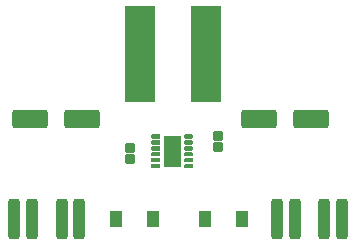
<source format=gbr>
%TF.GenerationSoftware,KiCad,Pcbnew,9.0.4*%
%TF.CreationDate,2025-09-16T01:09:41+05:30*%
%TF.ProjectId,PCB designing,50434220-6465-4736-9967-6e696e672e6b,rev?*%
%TF.SameCoordinates,Original*%
%TF.FileFunction,Soldermask,Top*%
%TF.FilePolarity,Negative*%
%FSLAX46Y46*%
G04 Gerber Fmt 4.6, Leading zero omitted, Abs format (unit mm)*
G04 Created by KiCad (PCBNEW 9.0.4) date 2025-09-16 01:09:41*
%MOMM*%
%LPD*%
G01*
G04 APERTURE LIST*
G04 Aperture macros list*
%AMRoundRect*
0 Rectangle with rounded corners*
0 $1 Rounding radius*
0 $2 $3 $4 $5 $6 $7 $8 $9 X,Y pos of 4 corners*
0 Add a 4 corners polygon primitive as box body*
4,1,4,$2,$3,$4,$5,$6,$7,$8,$9,$2,$3,0*
0 Add four circle primitives for the rounded corners*
1,1,$1+$1,$2,$3*
1,1,$1+$1,$4,$5*
1,1,$1+$1,$6,$7*
1,1,$1+$1,$8,$9*
0 Add four rect primitives between the rounded corners*
20,1,$1+$1,$2,$3,$4,$5,0*
20,1,$1+$1,$4,$5,$6,$7,0*
20,1,$1+$1,$6,$7,$8,$9,0*
20,1,$1+$1,$8,$9,$2,$3,0*%
G04 Aperture macros list end*
%ADD10C,0.000000*%
%ADD11R,2.600000X8.200000*%
%ADD12RoundRect,0.101600X-0.425000X0.600000X-0.425000X-0.600000X0.425000X-0.600000X0.425000X0.600000X0*%
%ADD13RoundRect,0.101600X0.425000X-0.600000X0.425000X0.600000X-0.425000X0.600000X-0.425000X-0.600000X0*%
%ADD14RoundRect,0.250000X-0.250000X-1.450000X0.250000X-1.450000X0.250000X1.450000X-0.250000X1.450000X0*%
%ADD15RoundRect,0.101600X-0.310000X-0.300000X0.310000X-0.300000X0.310000X0.300000X-0.310000X0.300000X0*%
%ADD16RoundRect,0.101600X0.310000X0.300000X-0.310000X0.300000X-0.310000X-0.300000X0.310000X-0.300000X0*%
%ADD17RoundRect,0.250000X-1.250000X-0.550000X1.250000X-0.550000X1.250000X0.550000X-1.250000X0.550000X0*%
G04 APERTURE END LIST*
D10*
%TO.C,U1*%
G36*
X154772588Y-66441594D02*
G01*
X154818406Y-66487412D01*
X154835000Y-66549342D01*
X154835000Y-68950658D01*
X154818406Y-69012588D01*
X154772588Y-69058406D01*
X154710658Y-69075000D01*
X153509342Y-69075000D01*
X153447412Y-69058406D01*
X153401594Y-69012588D01*
X153385000Y-68950658D01*
X153385000Y-66548660D01*
X153446705Y-66441783D01*
X153509342Y-66425000D01*
X154710658Y-66425000D01*
X154772588Y-66441594D01*
G37*
G36*
X155817588Y-68821594D02*
G01*
X155863406Y-68867412D01*
X155880000Y-68929342D01*
X155880000Y-69070658D01*
X155863406Y-69132588D01*
X155817588Y-69178406D01*
X155755658Y-69195000D01*
X155244342Y-69195000D01*
X155182412Y-69178406D01*
X155136594Y-69132588D01*
X155120000Y-69070658D01*
X155120000Y-68928660D01*
X155181705Y-68821783D01*
X155244342Y-68805000D01*
X155755658Y-68805000D01*
X155817588Y-68821594D01*
G37*
G36*
X155817588Y-68321594D02*
G01*
X155863406Y-68367412D01*
X155880000Y-68429342D01*
X155880000Y-68570658D01*
X155863406Y-68632588D01*
X155817588Y-68678406D01*
X155755658Y-68695000D01*
X155244342Y-68695000D01*
X155182412Y-68678406D01*
X155136594Y-68632588D01*
X155120000Y-68570658D01*
X155120000Y-68428660D01*
X155181705Y-68321783D01*
X155244342Y-68305000D01*
X155755658Y-68305000D01*
X155817588Y-68321594D01*
G37*
G36*
X155817588Y-67821594D02*
G01*
X155863406Y-67867412D01*
X155880000Y-67929342D01*
X155880000Y-68070658D01*
X155863406Y-68132588D01*
X155817588Y-68178406D01*
X155755658Y-68195000D01*
X155244342Y-68195000D01*
X155182412Y-68178406D01*
X155136594Y-68132588D01*
X155120000Y-68070658D01*
X155120000Y-67928660D01*
X155181705Y-67821783D01*
X155244342Y-67805000D01*
X155755658Y-67805000D01*
X155817588Y-67821594D01*
G37*
G36*
X155817588Y-66321594D02*
G01*
X155863406Y-66367412D01*
X155880000Y-66429342D01*
X155880000Y-66570658D01*
X155863406Y-66632588D01*
X155817588Y-66678406D01*
X155755658Y-66695000D01*
X155244342Y-66695000D01*
X155182412Y-66678406D01*
X155136594Y-66632588D01*
X155120000Y-66570658D01*
X155120000Y-66428660D01*
X155181705Y-66321783D01*
X155244342Y-66305000D01*
X155755658Y-66305000D01*
X155817588Y-66321594D01*
G37*
G36*
X155817588Y-66821594D02*
G01*
X155863406Y-66867412D01*
X155880000Y-66929342D01*
X155880000Y-67070658D01*
X155863406Y-67132588D01*
X155817588Y-67178406D01*
X155755658Y-67195000D01*
X155244342Y-67195000D01*
X155182412Y-67178406D01*
X155136594Y-67132588D01*
X155120000Y-67070658D01*
X155120000Y-66928660D01*
X155181705Y-66821783D01*
X155244342Y-66805000D01*
X155755658Y-66805000D01*
X155817588Y-66821594D01*
G37*
G36*
X155817588Y-67321594D02*
G01*
X155863406Y-67367412D01*
X155880000Y-67429342D01*
X155880000Y-67570658D01*
X155863406Y-67632588D01*
X155817588Y-67678406D01*
X155755658Y-67695000D01*
X155244342Y-67695000D01*
X155182412Y-67678406D01*
X155136594Y-67632588D01*
X155120000Y-67570658D01*
X155120000Y-67428660D01*
X155181705Y-67321783D01*
X155244342Y-67305000D01*
X155755658Y-67305000D01*
X155817588Y-67321594D01*
G37*
G36*
X153037588Y-68821594D02*
G01*
X153083406Y-68867412D01*
X153100000Y-68929342D01*
X153100000Y-69070658D01*
X153083406Y-69132588D01*
X153037588Y-69178406D01*
X152975658Y-69195000D01*
X152464342Y-69195000D01*
X152402412Y-69178406D01*
X152356594Y-69132588D01*
X152340000Y-69070658D01*
X152340000Y-68929342D01*
X152356594Y-68867412D01*
X152402412Y-68821594D01*
X152464342Y-68805000D01*
X152975658Y-68805000D01*
X153037588Y-68821594D01*
G37*
G36*
X153037588Y-68321594D02*
G01*
X153083406Y-68367412D01*
X153100000Y-68429342D01*
X153100000Y-68570658D01*
X153083406Y-68632588D01*
X153037588Y-68678406D01*
X152975658Y-68695000D01*
X152464342Y-68695000D01*
X152402412Y-68678406D01*
X152356594Y-68632588D01*
X152340000Y-68570658D01*
X152340000Y-68429342D01*
X152356594Y-68367412D01*
X152402412Y-68321594D01*
X152464342Y-68305000D01*
X152975658Y-68305000D01*
X153037588Y-68321594D01*
G37*
G36*
X153037588Y-67821594D02*
G01*
X153083406Y-67867412D01*
X153100000Y-67929342D01*
X153100000Y-68070658D01*
X153083406Y-68132588D01*
X153037588Y-68178406D01*
X152975658Y-68195000D01*
X152464342Y-68195000D01*
X152402412Y-68178406D01*
X152356594Y-68132588D01*
X152340000Y-68070658D01*
X152340000Y-67929342D01*
X152356594Y-67867412D01*
X152402412Y-67821594D01*
X152464342Y-67805000D01*
X152975658Y-67805000D01*
X153037588Y-67821594D01*
G37*
G36*
X153037588Y-66321594D02*
G01*
X153083406Y-66367412D01*
X153100000Y-66429342D01*
X153100000Y-66570658D01*
X153083406Y-66632588D01*
X153037588Y-66678406D01*
X152975658Y-66695000D01*
X152464342Y-66695000D01*
X152402412Y-66678406D01*
X152356594Y-66632588D01*
X152340000Y-66570658D01*
X152340000Y-66429342D01*
X152356594Y-66367412D01*
X152402412Y-66321594D01*
X152464342Y-66305000D01*
X152975658Y-66305000D01*
X153037588Y-66321594D01*
G37*
G36*
X153037588Y-66821594D02*
G01*
X153083406Y-66867412D01*
X153100000Y-66929342D01*
X153100000Y-67070658D01*
X153083406Y-67132588D01*
X153037588Y-67178406D01*
X152975658Y-67195000D01*
X152464342Y-67195000D01*
X152402412Y-67178406D01*
X152356594Y-67132588D01*
X152340000Y-67070658D01*
X152340000Y-66929342D01*
X152356594Y-66867412D01*
X152402412Y-66821594D01*
X152464342Y-66805000D01*
X152975658Y-66805000D01*
X153037588Y-66821594D01*
G37*
G36*
X153037588Y-67321594D02*
G01*
X153083406Y-67367412D01*
X153100000Y-67429342D01*
X153100000Y-67570658D01*
X153083406Y-67632588D01*
X153037588Y-67678406D01*
X152975658Y-67695000D01*
X152464342Y-67695000D01*
X152402412Y-67678406D01*
X152356594Y-67632588D01*
X152340000Y-67570658D01*
X152340000Y-67429342D01*
X152356594Y-67367412D01*
X152402412Y-67321594D01*
X152464342Y-67305000D01*
X152975658Y-67305000D01*
X153037588Y-67321594D01*
G37*
%TD*%
D11*
%TO.C,L1*%
X157000000Y-59500000D03*
X151400000Y-59500000D03*
%TD*%
D12*
%TO.C,C4*%
X152500000Y-73500000D03*
X149350000Y-73500000D03*
%TD*%
D13*
%TO.C,C3*%
X156850000Y-73500000D03*
X160000000Y-73500000D03*
%TD*%
D14*
%TO.C,R3*%
X164500000Y-73500000D03*
X163000000Y-73500000D03*
%TD*%
D15*
%TO.C,C2*%
X158000000Y-67420000D03*
X158000000Y-66500000D03*
%TD*%
D16*
%TO.C,C1*%
X150500000Y-67500000D03*
X150500000Y-68420000D03*
%TD*%
D14*
%TO.C,R4*%
X167000000Y-73500000D03*
X168500000Y-73500000D03*
%TD*%
%TO.C,R2*%
X144750000Y-73500000D03*
X146250000Y-73500000D03*
%TD*%
%TO.C,R1*%
X140750000Y-73500000D03*
X142250000Y-73500000D03*
%TD*%
D17*
%TO.C,C6*%
X161500000Y-65000000D03*
X165900000Y-65000000D03*
%TD*%
%TO.C,C5*%
X142100000Y-65000000D03*
X146500000Y-65000000D03*
%TD*%
M02*

</source>
